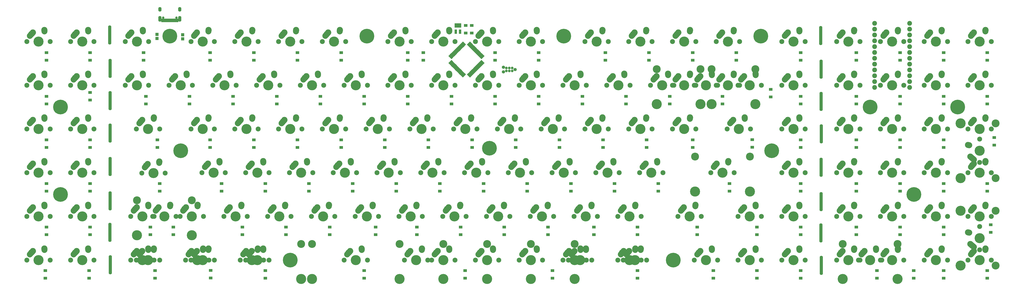
<source format=gbs>
G04 #@! TF.GenerationSoftware,KiCad,Pcbnew,(5.0.0-rc2-dev-733-g23a9fcd91)*
G04 #@! TF.CreationDate,2018-06-09T19:11:19-04:00*
G04 #@! TF.ProjectId,100plus-2,313030706C75732D322E6B696361645F,rev?*
G04 #@! TF.SameCoordinates,Original*
G04 #@! TF.FileFunction,Soldermask,Bot*
G04 #@! TF.FilePolarity,Negative*
%FSLAX45Y45*%
G04 Gerber Fmt 4.5, Leading zero omitted, Abs format (unit mm)*
G04 Created by KiCad (PCBNEW (5.0.0-rc2-dev-733-g23a9fcd91)) date 06/09/18 19:11:19*
%MOMM*%
%LPD*%
G01*
G04 APERTURE LIST*
%ADD10C,2.650000*%
%ADD11C,2.650000*%
%ADD12C,4.387800*%
%ADD13C,2.150000*%
%ADD14R,1.400000X1.395000*%
%ADD15O,1.400000X8.400000*%
%ADD16R,1.600000X1.300000*%
%ADD17C,3.448000*%
%ADD18R,0.700000X1.550000*%
%ADD19R,1.000000X1.550000*%
%ADD20O,1.400000X2.500000*%
%ADD21C,1.050000*%
%ADD22O,1.400000X2.000000*%
%ADD23C,1.184860*%
%ADD24C,1.388060*%
%ADD25C,1.385520*%
%ADD26R,1.050000X1.960000*%
%ADD27C,0.950000*%
%ADD28C,0.100000*%
%ADD29C,1.400000*%
%ADD30C,6.400000*%
%ADD31C,2.082800*%
G04 APERTURE END LIST*
D10*
X15253875Y-16189750D03*
D11*
X15251875Y-16218750D02*
X15255875Y-16160750D01*
D10*
X15255875Y-16160750D03*
X14686375Y-16341750D03*
D11*
X14620875Y-16414750D02*
X14751875Y-16268750D01*
D12*
X15001875Y-16668750D03*
D10*
X14751875Y-16268750D03*
D13*
X14493875Y-16668750D03*
X15509875Y-16668750D03*
D14*
X12701000Y-8927750D03*
X12701000Y-8750250D03*
D13*
X26463625Y-9048750D03*
X25447625Y-9048750D03*
D10*
X25705625Y-8648750D03*
D12*
X25955625Y-9048750D03*
D10*
X25640125Y-8721750D03*
D11*
X25574625Y-8794750D02*
X25705625Y-8648750D01*
D10*
X26209625Y-8540750D03*
X26207625Y-8569750D03*
D11*
X26205625Y-8598750D02*
X26209625Y-8540750D01*
D10*
X10967625Y-8569750D03*
D11*
X10965625Y-8598750D02*
X10969625Y-8540750D01*
D10*
X10969625Y-8540750D03*
X10400125Y-8721750D03*
D11*
X10334625Y-8794750D02*
X10465625Y-8648750D01*
D12*
X10715625Y-9048750D03*
D10*
X10465625Y-8648750D03*
D13*
X10207625Y-9048750D03*
X11223625Y-9048750D03*
D15*
X9553000Y-18775000D03*
X9543000Y-14492000D03*
X9548000Y-13037000D03*
X9543000Y-15994000D03*
X9527000Y-8759000D03*
X9537000Y-17361000D03*
X9543000Y-11626000D03*
X9543000Y-10217000D03*
D10*
X39542625Y-10474750D03*
D11*
X39540625Y-10503750D02*
X39544625Y-10445750D01*
D10*
X39544625Y-10445750D03*
X38975125Y-10626750D03*
D11*
X38909625Y-10699750D02*
X39040625Y-10553750D01*
D12*
X39290625Y-10953750D03*
D10*
X39040625Y-10553750D03*
D13*
X38782625Y-10953750D03*
X39798625Y-10953750D03*
X30273625Y-10953750D03*
X29257625Y-10953750D03*
D10*
X29515625Y-10553750D03*
D12*
X29765625Y-10953750D03*
D10*
X29450125Y-10626750D03*
D11*
X29384625Y-10699750D02*
X29515625Y-10553750D01*
D10*
X30019625Y-10445750D03*
X30017625Y-10474750D03*
D11*
X30015625Y-10503750D02*
X30019625Y-10445750D01*
D10*
X26207625Y-10474750D03*
D11*
X26205625Y-10503750D02*
X26209625Y-10445750D01*
D10*
X26209625Y-10445750D03*
X25640125Y-10626750D03*
D11*
X25574625Y-10699750D02*
X25705625Y-10553750D01*
D12*
X25955625Y-10953750D03*
D10*
X25705625Y-10553750D03*
D13*
X25447625Y-10953750D03*
X26463625Y-10953750D03*
D10*
X11443875Y-12379750D03*
D11*
X11441875Y-12408750D02*
X11445875Y-12350750D01*
D10*
X11445875Y-12350750D03*
X10876375Y-12531750D03*
D11*
X10810875Y-12604750D02*
X10941875Y-12458750D01*
D12*
X11191875Y-12858750D03*
D10*
X10941875Y-12458750D03*
D13*
X10683875Y-12858750D03*
X11699875Y-12858750D03*
D14*
X11587000Y-8735000D03*
X11587000Y-8912500D03*
D10*
X8586375Y-14284750D03*
D11*
X8584375Y-14313750D02*
X8588375Y-14255750D01*
D10*
X8588375Y-14255750D03*
X8018875Y-14436750D03*
D11*
X7953375Y-14509750D02*
X8084375Y-14363750D01*
D12*
X8334375Y-14763750D03*
D10*
X8084375Y-14363750D03*
D13*
X7826375Y-14763750D03*
X8842375Y-14763750D03*
D15*
X40476000Y-8791000D03*
X40492000Y-10249000D03*
X40492000Y-11658000D03*
D16*
X11700000Y-15235000D03*
X11700000Y-15565000D03*
D10*
X11682000Y-14300625D03*
D11*
X11680000Y-14329625D02*
X11684000Y-14271625D01*
D10*
X11684000Y-14271625D03*
X11114500Y-14452625D03*
D11*
X11049000Y-14525625D02*
X11180000Y-14379625D01*
D12*
X11430000Y-14779625D03*
D10*
X11180000Y-14379625D03*
D13*
X10922000Y-14779625D03*
X11938000Y-14779625D03*
D12*
X37388800Y-15589250D03*
X35001200Y-15589250D03*
D17*
X37388800Y-14065250D03*
X35001200Y-14065250D03*
D13*
X36703000Y-14763750D03*
X35687000Y-14763750D03*
D10*
X35945000Y-14363750D03*
D12*
X36195000Y-14763750D03*
D10*
X35879500Y-14436750D03*
D11*
X35814000Y-14509750D02*
X35945000Y-14363750D01*
D10*
X36449000Y-14255750D03*
X36447000Y-14284750D03*
D11*
X36445000Y-14313750D02*
X36449000Y-14255750D01*
D16*
X32900000Y-13335000D03*
X32900000Y-13665000D03*
D15*
X40486000Y-17393000D03*
D16*
X25018000Y-8347000D03*
X25018000Y-8677000D03*
X25282000Y-8346000D03*
X25282000Y-8676000D03*
X6776250Y-9865000D03*
X6776250Y-9535000D03*
X8676250Y-9535000D03*
X8676250Y-9865000D03*
X11000000Y-9865000D03*
X11000000Y-9535000D03*
X13900000Y-9535000D03*
X13900000Y-9865000D03*
X15800000Y-9865000D03*
X15800000Y-9535000D03*
X17700000Y-9535000D03*
X17700000Y-9865000D03*
X19600000Y-9865000D03*
X19600000Y-9535000D03*
X22500000Y-9535000D03*
X22500000Y-9865000D03*
X23173000Y-9862000D03*
X23173000Y-9532000D03*
X26300000Y-9865000D03*
X26300000Y-9535000D03*
X28200000Y-9865000D03*
X28200000Y-9535000D03*
X31100000Y-9535000D03*
X31100000Y-9865000D03*
X33000000Y-9865000D03*
X33000000Y-9535000D03*
X34900000Y-9535000D03*
X34900000Y-9865000D03*
X36800000Y-9865000D03*
X36800000Y-9535000D03*
X39600000Y-9535000D03*
X39600000Y-9865000D03*
X42023750Y-9865000D03*
X42023750Y-9535000D03*
X43923750Y-9535000D03*
X43923750Y-9865000D03*
X45823750Y-9865000D03*
X45823750Y-9535000D03*
X47723750Y-9535000D03*
X47723750Y-9865000D03*
X6776250Y-11765000D03*
X6776250Y-11435000D03*
X8676250Y-11265000D03*
X8676250Y-11595000D03*
X11100000Y-11765000D03*
X11100000Y-11435000D03*
X13000000Y-11435000D03*
X13000000Y-11765000D03*
X14900000Y-11765000D03*
X14900000Y-11435000D03*
X16800000Y-11435000D03*
X16800000Y-11765000D03*
X18700000Y-11765000D03*
X18700000Y-11435000D03*
X20600000Y-11435000D03*
X20600000Y-11765000D03*
X22500000Y-11765000D03*
X22500000Y-11435000D03*
X24400000Y-11435000D03*
X24400000Y-11765000D03*
X26300000Y-11435000D03*
X26300000Y-11765000D03*
X28200000Y-11435000D03*
X28200000Y-11765000D03*
X30100000Y-11765000D03*
X30100000Y-11435000D03*
X32000000Y-11435000D03*
X32000000Y-11765000D03*
X33900000Y-11765000D03*
X33900000Y-11435000D03*
X36200000Y-11435000D03*
X36200000Y-11765000D03*
X38300000Y-11465000D03*
X38300000Y-11135000D03*
X39600000Y-11435000D03*
X39600000Y-11765000D03*
X42023750Y-11765000D03*
X42023750Y-11435000D03*
X43923750Y-11435000D03*
X43923750Y-11765000D03*
X45823750Y-11435000D03*
X45823750Y-11765000D03*
X47723750Y-11435000D03*
X47723750Y-11765000D03*
X6776250Y-13665000D03*
X6776250Y-13335000D03*
X8676250Y-13335000D03*
X8676250Y-13665000D03*
X11600000Y-13665000D03*
X11600000Y-13335000D03*
X13900000Y-13335000D03*
X13900000Y-13665000D03*
X15800000Y-13665000D03*
X15800000Y-13335000D03*
X17700000Y-13335000D03*
X17700000Y-13665000D03*
X19600000Y-13665000D03*
X19600000Y-13335000D03*
X21500000Y-13335000D03*
X21500000Y-13665000D03*
X23400000Y-13665000D03*
X23400000Y-13335000D03*
X25300000Y-13335000D03*
X25300000Y-13665000D03*
X27200000Y-13665000D03*
X27200000Y-13335000D03*
X29100000Y-13335000D03*
X29100000Y-13665000D03*
X31000000Y-13665000D03*
X31000000Y-13335000D03*
X34900000Y-13665000D03*
X34900000Y-13335000D03*
X37497000Y-13326000D03*
X37497000Y-13656000D03*
X39600000Y-13665000D03*
X39600000Y-13335000D03*
X42023750Y-13335000D03*
X42023750Y-13665000D03*
X43923750Y-13665000D03*
X43923750Y-13335000D03*
X45823750Y-13335000D03*
X45823750Y-13665000D03*
X48023750Y-13565000D03*
X48023750Y-13235000D03*
X6776250Y-15235000D03*
X6776250Y-15565000D03*
X8676250Y-15565000D03*
X8676250Y-15235000D03*
X14400000Y-15565000D03*
X14400000Y-15235000D03*
X16300000Y-15235000D03*
X16300000Y-15565000D03*
X18200000Y-15565000D03*
X18200000Y-15235000D03*
X20100000Y-15235000D03*
X20100000Y-15565000D03*
X22000000Y-15565000D03*
X22000000Y-15235000D03*
X23900000Y-15235000D03*
X23900000Y-15565000D03*
X25800000Y-15565000D03*
X25800000Y-15235000D03*
X27700000Y-15565000D03*
X27700000Y-15235000D03*
X29600000Y-15565000D03*
X29600000Y-15235000D03*
X31500000Y-15235000D03*
X31500000Y-15565000D03*
X33400000Y-15565000D03*
X33400000Y-15235000D03*
X36500000Y-15235000D03*
X36500000Y-15565000D03*
X39600000Y-15565000D03*
X39600000Y-15235000D03*
X42023750Y-15235000D03*
X42023750Y-15565000D03*
X43923750Y-15565000D03*
X43923750Y-15235000D03*
X45823750Y-15235000D03*
X45823750Y-15565000D03*
X47723750Y-15565000D03*
X47723750Y-15235000D03*
X6776250Y-17465000D03*
X6776250Y-17135000D03*
X8676250Y-17465000D03*
X8676250Y-17135000D03*
X11300000Y-17465000D03*
X11300000Y-17135000D03*
X12300000Y-17135000D03*
X12300000Y-17465000D03*
X15300000Y-17465000D03*
X15300000Y-17135000D03*
X17200000Y-17135000D03*
X17200000Y-17465000D03*
X19100000Y-17135000D03*
X19100000Y-17465000D03*
X21100000Y-17465000D03*
X21100000Y-17135000D03*
X22900000Y-17135000D03*
X22900000Y-17465000D03*
X24800000Y-17135000D03*
X24800000Y-17465000D03*
X26700000Y-17135000D03*
X26700000Y-17465000D03*
X28600000Y-17135000D03*
X28600000Y-17465000D03*
X30600000Y-17135000D03*
X30600000Y-17465000D03*
X32500000Y-17135000D03*
X32500000Y-17465000D03*
X35100000Y-17465000D03*
X35100000Y-17135000D03*
X37700000Y-17465000D03*
X37700000Y-17135000D03*
X39600000Y-17135000D03*
X39600000Y-17465000D03*
X42023750Y-17135000D03*
X42023750Y-17465000D03*
X43923750Y-17135000D03*
X43923750Y-17465000D03*
X45823750Y-17135000D03*
X45823750Y-17465000D03*
X47873750Y-17365000D03*
X47873750Y-17035000D03*
X6726250Y-19365000D03*
X6726250Y-19035000D03*
X8626250Y-19365000D03*
X8626250Y-19035000D03*
X11500000Y-19035000D03*
X11500000Y-19365000D03*
X16300000Y-19035000D03*
X16300000Y-19365000D03*
X20600000Y-19365000D03*
X20600000Y-19035000D03*
X25000000Y-19365000D03*
X25000000Y-19035000D03*
X28800000Y-19365000D03*
X28800000Y-19035000D03*
X32500000Y-19035000D03*
X32500000Y-19365000D03*
X35800000Y-19365000D03*
X35800000Y-19035000D03*
X37700000Y-19365000D03*
X37700000Y-19035000D03*
X39600000Y-19365000D03*
X39600000Y-19035000D03*
X42923750Y-19365000D03*
X42923750Y-19035000D03*
X44523750Y-19365000D03*
X44523750Y-19035000D03*
X45823750Y-19035000D03*
X45823750Y-19365000D03*
X47723750Y-19365000D03*
X47723750Y-19035000D03*
D18*
X12119375Y-8126375D03*
D19*
X12464375Y-8126375D03*
X12384375Y-8126375D03*
X11904375Y-8126375D03*
D20*
X11712375Y-8059875D03*
D21*
X11855375Y-8009875D03*
D20*
X12576375Y-8059875D03*
D22*
X11712375Y-7641875D03*
X12576375Y-7641875D03*
D19*
X11824375Y-8126375D03*
D21*
X12433375Y-8009875D03*
D18*
X12169375Y-8126375D03*
X12219375Y-8126375D03*
X12269375Y-8126375D03*
X12319375Y-8126375D03*
X12069375Y-8126375D03*
X12019375Y-8126375D03*
X11969375Y-8126375D03*
D13*
X6937375Y-9048750D03*
X5921375Y-9048750D03*
D10*
X6179375Y-8648750D03*
D12*
X6429375Y-9048750D03*
D10*
X6113875Y-8721750D03*
D11*
X6048375Y-8794750D02*
X6179375Y-8648750D01*
D10*
X6683375Y-8540750D03*
X6681375Y-8569750D03*
D11*
X6679375Y-8598750D02*
X6683375Y-8540750D01*
D13*
X8842375Y-9048750D03*
X7826375Y-9048750D03*
D10*
X8084375Y-8648750D03*
D12*
X8334375Y-9048750D03*
D10*
X8018875Y-8721750D03*
D11*
X7953375Y-8794750D02*
X8084375Y-8648750D01*
D10*
X8588375Y-8540750D03*
X8586375Y-8569750D03*
D11*
X8584375Y-8598750D02*
X8588375Y-8540750D01*
D13*
X14081125Y-9048750D03*
X13065125Y-9048750D03*
D10*
X13323125Y-8648750D03*
D12*
X13573125Y-9048750D03*
D10*
X13257625Y-8721750D03*
D11*
X13192125Y-8794750D02*
X13323125Y-8648750D01*
D10*
X13827125Y-8540750D03*
X13825125Y-8569750D03*
D11*
X13823125Y-8598750D02*
X13827125Y-8540750D01*
D13*
X15986125Y-9048750D03*
X14970125Y-9048750D03*
D10*
X15228125Y-8648750D03*
D12*
X15478125Y-9048750D03*
D10*
X15162625Y-8721750D03*
D11*
X15097125Y-8794750D02*
X15228125Y-8648750D01*
D10*
X15732125Y-8540750D03*
X15730125Y-8569750D03*
D11*
X15728125Y-8598750D02*
X15732125Y-8540750D01*
D10*
X17635125Y-8569750D03*
D11*
X17633125Y-8598750D02*
X17637125Y-8540750D01*
D10*
X17637125Y-8540750D03*
X17067625Y-8721750D03*
D11*
X17002125Y-8794750D02*
X17133125Y-8648750D01*
D12*
X17383125Y-9048750D03*
D10*
X17133125Y-8648750D03*
D13*
X16875125Y-9048750D03*
X17891125Y-9048750D03*
D10*
X19540125Y-8569750D03*
D11*
X19538125Y-8598750D02*
X19542125Y-8540750D01*
D10*
X19542125Y-8540750D03*
X18972625Y-8721750D03*
D11*
X18907125Y-8794750D02*
X19038125Y-8648750D01*
D12*
X19288125Y-9048750D03*
D10*
X19038125Y-8648750D03*
D13*
X18780125Y-9048750D03*
X19796125Y-9048750D03*
X22653625Y-9048750D03*
X21637625Y-9048750D03*
D10*
X21895625Y-8648750D03*
D12*
X22145625Y-9048750D03*
D10*
X21830125Y-8721750D03*
D11*
X21764625Y-8794750D02*
X21895625Y-8648750D01*
D10*
X22399625Y-8540750D03*
X22397625Y-8569750D03*
D11*
X22395625Y-8598750D02*
X22399625Y-8540750D01*
D10*
X24302625Y-8569750D03*
D11*
X24300625Y-8598750D02*
X24304625Y-8540750D01*
D10*
X24304625Y-8540750D03*
X23735125Y-8721750D03*
D11*
X23669625Y-8794750D02*
X23800625Y-8648750D01*
D12*
X24050625Y-9048750D03*
D10*
X23800625Y-8648750D03*
D13*
X23542625Y-9048750D03*
X24558625Y-9048750D03*
X28368625Y-9048750D03*
X27352625Y-9048750D03*
D10*
X27610625Y-8648750D03*
D12*
X27860625Y-9048750D03*
D10*
X27545125Y-8721750D03*
D11*
X27479625Y-8794750D02*
X27610625Y-8648750D01*
D10*
X28114625Y-8540750D03*
X28112625Y-8569750D03*
D11*
X28110625Y-8598750D02*
X28114625Y-8540750D01*
D10*
X30970125Y-8569750D03*
D11*
X30968125Y-8598750D02*
X30972125Y-8540750D01*
D10*
X30972125Y-8540750D03*
X30402625Y-8721750D03*
D11*
X30337125Y-8794750D02*
X30468125Y-8648750D01*
D12*
X30718125Y-9048750D03*
D10*
X30468125Y-8648750D03*
D13*
X30210125Y-9048750D03*
X31226125Y-9048750D03*
X33131125Y-9048750D03*
X32115125Y-9048750D03*
D10*
X32373125Y-8648750D03*
D12*
X32623125Y-9048750D03*
D10*
X32307625Y-8721750D03*
D11*
X32242125Y-8794750D02*
X32373125Y-8648750D01*
D10*
X32877125Y-8540750D03*
X32875125Y-8569750D03*
D11*
X32873125Y-8598750D02*
X32877125Y-8540750D01*
D10*
X34780125Y-8569750D03*
D11*
X34778125Y-8598750D02*
X34782125Y-8540750D01*
D10*
X34782125Y-8540750D03*
X34212625Y-8721750D03*
D11*
X34147125Y-8794750D02*
X34278125Y-8648750D01*
D12*
X34528125Y-9048750D03*
D10*
X34278125Y-8648750D03*
D13*
X34020125Y-9048750D03*
X35036125Y-9048750D03*
D10*
X36685125Y-8569750D03*
D11*
X36683125Y-8598750D02*
X36687125Y-8540750D01*
D10*
X36687125Y-8540750D03*
X36117625Y-8721750D03*
D11*
X36052125Y-8794750D02*
X36183125Y-8648750D01*
D12*
X36433125Y-9048750D03*
D10*
X36183125Y-8648750D03*
D13*
X35925125Y-9048750D03*
X36941125Y-9048750D03*
X39798625Y-9048750D03*
X38782625Y-9048750D03*
D10*
X39040625Y-8648750D03*
D12*
X39290625Y-9048750D03*
D10*
X38975125Y-8721750D03*
D11*
X38909625Y-8794750D02*
X39040625Y-8648750D01*
D10*
X39544625Y-8540750D03*
X39542625Y-8569750D03*
D11*
X39540625Y-8598750D02*
X39544625Y-8540750D01*
D13*
X42179875Y-9048750D03*
X41163875Y-9048750D03*
D10*
X41421875Y-8648750D03*
D12*
X41671875Y-9048750D03*
D10*
X41356375Y-8721750D03*
D11*
X41290875Y-8794750D02*
X41421875Y-8648750D01*
D10*
X41925875Y-8540750D03*
X41923875Y-8569750D03*
D11*
X41921875Y-8598750D02*
X41925875Y-8540750D01*
D13*
X44084875Y-9048750D03*
X43068875Y-9048750D03*
D10*
X43326875Y-8648750D03*
D12*
X43576875Y-9048750D03*
D10*
X43261375Y-8721750D03*
D11*
X43195875Y-8794750D02*
X43326875Y-8648750D01*
D10*
X43830875Y-8540750D03*
X43828875Y-8569750D03*
D11*
X43826875Y-8598750D02*
X43830875Y-8540750D01*
D10*
X45733875Y-8569750D03*
D11*
X45731875Y-8598750D02*
X45735875Y-8540750D01*
D10*
X45735875Y-8540750D03*
X45166375Y-8721750D03*
D11*
X45100875Y-8794750D02*
X45231875Y-8648750D01*
D12*
X45481875Y-9048750D03*
D10*
X45231875Y-8648750D03*
D13*
X44973875Y-9048750D03*
X45989875Y-9048750D03*
D10*
X47638875Y-8569750D03*
D11*
X47636875Y-8598750D02*
X47640875Y-8540750D01*
D10*
X47640875Y-8540750D03*
X47071375Y-8721750D03*
D11*
X47005875Y-8794750D02*
X47136875Y-8648750D01*
D12*
X47386875Y-9048750D03*
D10*
X47136875Y-8648750D03*
D13*
X46878875Y-9048750D03*
X47894875Y-9048750D03*
D10*
X6681375Y-10474750D03*
D11*
X6679375Y-10503750D02*
X6683375Y-10445750D01*
D10*
X6683375Y-10445750D03*
X6113875Y-10626750D03*
D11*
X6048375Y-10699750D02*
X6179375Y-10553750D01*
D12*
X6429375Y-10953750D03*
D10*
X6179375Y-10553750D03*
D13*
X5921375Y-10953750D03*
X6937375Y-10953750D03*
X8842375Y-10953750D03*
X7826375Y-10953750D03*
D10*
X8084375Y-10553750D03*
D12*
X8334375Y-10953750D03*
D10*
X8018875Y-10626750D03*
D11*
X7953375Y-10699750D02*
X8084375Y-10553750D01*
D10*
X8588375Y-10445750D03*
X8586375Y-10474750D03*
D11*
X8584375Y-10503750D02*
X8588375Y-10445750D01*
D10*
X10967625Y-10474750D03*
D11*
X10965625Y-10503750D02*
X10969625Y-10445750D01*
D10*
X10969625Y-10445750D03*
X10400125Y-10626750D03*
D11*
X10334625Y-10699750D02*
X10465625Y-10553750D01*
D12*
X10715625Y-10953750D03*
D10*
X10465625Y-10553750D03*
D13*
X10207625Y-10953750D03*
X11223625Y-10953750D03*
X13128625Y-10953750D03*
X12112625Y-10953750D03*
D10*
X12370625Y-10553750D03*
D12*
X12620625Y-10953750D03*
D10*
X12305125Y-10626750D03*
D11*
X12239625Y-10699750D02*
X12370625Y-10553750D01*
D10*
X12874625Y-10445750D03*
X12872625Y-10474750D03*
D11*
X12870625Y-10503750D02*
X12874625Y-10445750D01*
D13*
X15033625Y-10953750D03*
X14017625Y-10953750D03*
D10*
X14275625Y-10553750D03*
D12*
X14525625Y-10953750D03*
D10*
X14210125Y-10626750D03*
D11*
X14144625Y-10699750D02*
X14275625Y-10553750D01*
D10*
X14779625Y-10445750D03*
X14777625Y-10474750D03*
D11*
X14775625Y-10503750D02*
X14779625Y-10445750D01*
D10*
X16682625Y-10474750D03*
D11*
X16680625Y-10503750D02*
X16684625Y-10445750D01*
D10*
X16684625Y-10445750D03*
X16115125Y-10626750D03*
D11*
X16049625Y-10699750D02*
X16180625Y-10553750D01*
D12*
X16430625Y-10953750D03*
D10*
X16180625Y-10553750D03*
D13*
X15922625Y-10953750D03*
X16938625Y-10953750D03*
D10*
X18587625Y-10474750D03*
D11*
X18585625Y-10503750D02*
X18589625Y-10445750D01*
D10*
X18589625Y-10445750D03*
X18020125Y-10626750D03*
D11*
X17954625Y-10699750D02*
X18085625Y-10553750D01*
D12*
X18335625Y-10953750D03*
D10*
X18085625Y-10553750D03*
D13*
X17827625Y-10953750D03*
X18843625Y-10953750D03*
X20748625Y-10953750D03*
X19732625Y-10953750D03*
D10*
X19990625Y-10553750D03*
D12*
X20240625Y-10953750D03*
D10*
X19925125Y-10626750D03*
D11*
X19859625Y-10699750D02*
X19990625Y-10553750D01*
D10*
X20494625Y-10445750D03*
X20492625Y-10474750D03*
D11*
X20490625Y-10503750D02*
X20494625Y-10445750D01*
D10*
X22397625Y-10474750D03*
D11*
X22395625Y-10503750D02*
X22399625Y-10445750D01*
D10*
X22399625Y-10445750D03*
X21830125Y-10626750D03*
D11*
X21764625Y-10699750D02*
X21895625Y-10553750D01*
D12*
X22145625Y-10953750D03*
D10*
X21895625Y-10553750D03*
D13*
X21637625Y-10953750D03*
X22653625Y-10953750D03*
X24558625Y-10953750D03*
X23542625Y-10953750D03*
D10*
X23800625Y-10553750D03*
D12*
X24050625Y-10953750D03*
D10*
X23735125Y-10626750D03*
D11*
X23669625Y-10699750D02*
X23800625Y-10553750D01*
D10*
X24304625Y-10445750D03*
X24302625Y-10474750D03*
D11*
X24300625Y-10503750D02*
X24304625Y-10445750D01*
D10*
X28112625Y-10474750D03*
D11*
X28110625Y-10503750D02*
X28114625Y-10445750D01*
D10*
X28114625Y-10445750D03*
X27545125Y-10626750D03*
D11*
X27479625Y-10699750D02*
X27610625Y-10553750D01*
D12*
X27860625Y-10953750D03*
D10*
X27610625Y-10553750D03*
D13*
X27352625Y-10953750D03*
X28368625Y-10953750D03*
D10*
X31922625Y-10474750D03*
D11*
X31920625Y-10503750D02*
X31924625Y-10445750D01*
D10*
X31924625Y-10445750D03*
X31355125Y-10626750D03*
D11*
X31289625Y-10699750D02*
X31420625Y-10553750D01*
D12*
X31670625Y-10953750D03*
D10*
X31420625Y-10553750D03*
D13*
X31162625Y-10953750D03*
X32178625Y-10953750D03*
X34083625Y-10953750D03*
X33067625Y-10953750D03*
D10*
X33325625Y-10553750D03*
D12*
X33575625Y-10953750D03*
D10*
X33260125Y-10626750D03*
D11*
X33194625Y-10699750D02*
X33325625Y-10553750D01*
D10*
X33829625Y-10445750D03*
X33827625Y-10474750D03*
D11*
X33825625Y-10503750D02*
X33829625Y-10445750D01*
D13*
X35988625Y-10953750D03*
X34972625Y-10953750D03*
D10*
X35230625Y-10553750D03*
D12*
X35480625Y-10953750D03*
D10*
X35165125Y-10626750D03*
D11*
X35099625Y-10699750D02*
X35230625Y-10553750D01*
D10*
X35734625Y-10445750D03*
X35732625Y-10474750D03*
D11*
X35730625Y-10503750D02*
X35734625Y-10445750D01*
D13*
X37893625Y-10953750D03*
X36877625Y-10953750D03*
D10*
X37135625Y-10553750D03*
D12*
X37385625Y-10953750D03*
D10*
X37070125Y-10626750D03*
D11*
X37004625Y-10699750D02*
X37135625Y-10553750D01*
D10*
X37639625Y-10445750D03*
X37637625Y-10474750D03*
D11*
X37635625Y-10503750D02*
X37639625Y-10445750D01*
D10*
X41923875Y-10474750D03*
D11*
X41921875Y-10503750D02*
X41925875Y-10445750D01*
D10*
X41925875Y-10445750D03*
X41356375Y-10626750D03*
D11*
X41290875Y-10699750D02*
X41421875Y-10553750D01*
D12*
X41671875Y-10953750D03*
D10*
X41421875Y-10553750D03*
D13*
X41163875Y-10953750D03*
X42179875Y-10953750D03*
X44084875Y-10953750D03*
X43068875Y-10953750D03*
D10*
X43326875Y-10553750D03*
D12*
X43576875Y-10953750D03*
D10*
X43261375Y-10626750D03*
D11*
X43195875Y-10699750D02*
X43326875Y-10553750D01*
D10*
X43830875Y-10445750D03*
X43828875Y-10474750D03*
D11*
X43826875Y-10503750D02*
X43830875Y-10445750D01*
D13*
X45989875Y-10953750D03*
X44973875Y-10953750D03*
D10*
X45231875Y-10553750D03*
D12*
X45481875Y-10953750D03*
D10*
X45166375Y-10626750D03*
D11*
X45100875Y-10699750D02*
X45231875Y-10553750D01*
D10*
X45735875Y-10445750D03*
X45733875Y-10474750D03*
D11*
X45731875Y-10503750D02*
X45735875Y-10445750D01*
D13*
X47894875Y-10953750D03*
X46878875Y-10953750D03*
D10*
X47136875Y-10553750D03*
D12*
X47386875Y-10953750D03*
D10*
X47071375Y-10626750D03*
D11*
X47005875Y-10699750D02*
X47136875Y-10553750D01*
D10*
X47640875Y-10445750D03*
X47638875Y-10474750D03*
D11*
X47636875Y-10503750D02*
X47640875Y-10445750D01*
D10*
X6681375Y-12379750D03*
D11*
X6679375Y-12408750D02*
X6683375Y-12350750D01*
D10*
X6683375Y-12350750D03*
X6113875Y-12531750D03*
D11*
X6048375Y-12604750D02*
X6179375Y-12458750D01*
D12*
X6429375Y-12858750D03*
D10*
X6179375Y-12458750D03*
D13*
X5921375Y-12858750D03*
X6937375Y-12858750D03*
X8842375Y-12858750D03*
X7826375Y-12858750D03*
D10*
X8084375Y-12458750D03*
D12*
X8334375Y-12858750D03*
D10*
X8018875Y-12531750D03*
D11*
X7953375Y-12604750D02*
X8084375Y-12458750D01*
D10*
X8588375Y-12350750D03*
X8586375Y-12379750D03*
D11*
X8584375Y-12408750D02*
X8588375Y-12350750D01*
D13*
X14081125Y-12858750D03*
X13065125Y-12858750D03*
D10*
X13323125Y-12458750D03*
D12*
X13573125Y-12858750D03*
D10*
X13257625Y-12531750D03*
D11*
X13192125Y-12604750D02*
X13323125Y-12458750D01*
D10*
X13827125Y-12350750D03*
X13825125Y-12379750D03*
D11*
X13823125Y-12408750D02*
X13827125Y-12350750D01*
D13*
X15986125Y-12858750D03*
X14970125Y-12858750D03*
D10*
X15228125Y-12458750D03*
D12*
X15478125Y-12858750D03*
D10*
X15162625Y-12531750D03*
D11*
X15097125Y-12604750D02*
X15228125Y-12458750D01*
D10*
X15732125Y-12350750D03*
X15730125Y-12379750D03*
D11*
X15728125Y-12408750D02*
X15732125Y-12350750D01*
D10*
X17635125Y-12379750D03*
D11*
X17633125Y-12408750D02*
X17637125Y-12350750D01*
D10*
X17637125Y-12350750D03*
X17067625Y-12531750D03*
D11*
X17002125Y-12604750D02*
X17133125Y-12458750D01*
D12*
X17383125Y-12858750D03*
D10*
X17133125Y-12458750D03*
D13*
X16875125Y-12858750D03*
X17891125Y-12858750D03*
D10*
X19540125Y-12379750D03*
D11*
X19538125Y-12408750D02*
X19542125Y-12350750D01*
D10*
X19542125Y-12350750D03*
X18972625Y-12531750D03*
D11*
X18907125Y-12604750D02*
X19038125Y-12458750D01*
D12*
X19288125Y-12858750D03*
D10*
X19038125Y-12458750D03*
D13*
X18780125Y-12858750D03*
X19796125Y-12858750D03*
X21701125Y-12858750D03*
X20685125Y-12858750D03*
D10*
X20943125Y-12458750D03*
D12*
X21193125Y-12858750D03*
D10*
X20877625Y-12531750D03*
D11*
X20812125Y-12604750D02*
X20943125Y-12458750D01*
D10*
X21447125Y-12350750D03*
X21445125Y-12379750D03*
D11*
X21443125Y-12408750D02*
X21447125Y-12350750D01*
D13*
X23606125Y-12858750D03*
X22590125Y-12858750D03*
D10*
X22848125Y-12458750D03*
D12*
X23098125Y-12858750D03*
D10*
X22782625Y-12531750D03*
D11*
X22717125Y-12604750D02*
X22848125Y-12458750D01*
D10*
X23352125Y-12350750D03*
X23350125Y-12379750D03*
D11*
X23348125Y-12408750D02*
X23352125Y-12350750D01*
D13*
X25511125Y-12858750D03*
X24495125Y-12858750D03*
D10*
X24753125Y-12458750D03*
D12*
X25003125Y-12858750D03*
D10*
X24687625Y-12531750D03*
D11*
X24622125Y-12604750D02*
X24753125Y-12458750D01*
D10*
X25257125Y-12350750D03*
X25255125Y-12379750D03*
D11*
X25253125Y-12408750D02*
X25257125Y-12350750D01*
D10*
X27160125Y-12379750D03*
D11*
X27158125Y-12408750D02*
X27162125Y-12350750D01*
D10*
X27162125Y-12350750D03*
X26592625Y-12531750D03*
D11*
X26527125Y-12604750D02*
X26658125Y-12458750D01*
D12*
X26908125Y-12858750D03*
D10*
X26658125Y-12458750D03*
D13*
X26400125Y-12858750D03*
X27416125Y-12858750D03*
D10*
X29065125Y-12379750D03*
D11*
X29063125Y-12408750D02*
X29067125Y-12350750D01*
D10*
X29067125Y-12350750D03*
X28497625Y-12531750D03*
D11*
X28432125Y-12604750D02*
X28563125Y-12458750D01*
D12*
X28813125Y-12858750D03*
D10*
X28563125Y-12458750D03*
D13*
X28305125Y-12858750D03*
X29321125Y-12858750D03*
X31226125Y-12858750D03*
X30210125Y-12858750D03*
D10*
X30468125Y-12458750D03*
D12*
X30718125Y-12858750D03*
D10*
X30402625Y-12531750D03*
D11*
X30337125Y-12604750D02*
X30468125Y-12458750D01*
D10*
X30972125Y-12350750D03*
X30970125Y-12379750D03*
D11*
X30968125Y-12408750D02*
X30972125Y-12350750D01*
D13*
X33131125Y-12858750D03*
X32115125Y-12858750D03*
D10*
X32373125Y-12458750D03*
D12*
X32623125Y-12858750D03*
D10*
X32307625Y-12531750D03*
D11*
X32242125Y-12604750D02*
X32373125Y-12458750D01*
D10*
X32877125Y-12350750D03*
X32875125Y-12379750D03*
D11*
X32873125Y-12408750D02*
X32877125Y-12350750D01*
D10*
X34780125Y-12379750D03*
D11*
X34778125Y-12408750D02*
X34782125Y-12350750D01*
D10*
X34782125Y-12350750D03*
X34212625Y-12531750D03*
D11*
X34147125Y-12604750D02*
X34278125Y-12458750D01*
D12*
X34528125Y-12858750D03*
D10*
X34278125Y-12458750D03*
D13*
X34020125Y-12858750D03*
X35036125Y-12858750D03*
D10*
X37161375Y-12379750D03*
D11*
X37159375Y-12408750D02*
X37163375Y-12350750D01*
D10*
X37163375Y-12350750D03*
X36593875Y-12531750D03*
D11*
X36528375Y-12604750D02*
X36659375Y-12458750D01*
D12*
X36909375Y-12858750D03*
D10*
X36659375Y-12458750D03*
D13*
X36401375Y-12858750D03*
X37417375Y-12858750D03*
D10*
X39542625Y-12379750D03*
D11*
X39540625Y-12408750D02*
X39544625Y-12350750D01*
D10*
X39544625Y-12350750D03*
X38975125Y-12531750D03*
D11*
X38909625Y-12604750D02*
X39040625Y-12458750D01*
D12*
X39290625Y-12858750D03*
D10*
X39040625Y-12458750D03*
D13*
X38782625Y-12858750D03*
X39798625Y-12858750D03*
X42179875Y-12858750D03*
X41163875Y-12858750D03*
D10*
X41421875Y-12458750D03*
D12*
X41671875Y-12858750D03*
D10*
X41356375Y-12531750D03*
D11*
X41290875Y-12604750D02*
X41421875Y-12458750D01*
D10*
X41925875Y-12350750D03*
X41923875Y-12379750D03*
D11*
X41921875Y-12408750D02*
X41925875Y-12350750D01*
D13*
X44084875Y-12858750D03*
X43068875Y-12858750D03*
D10*
X43326875Y-12458750D03*
D12*
X43576875Y-12858750D03*
D10*
X43261375Y-12531750D03*
D11*
X43195875Y-12604750D02*
X43326875Y-12458750D01*
D10*
X43830875Y-12350750D03*
X43828875Y-12379750D03*
D11*
X43826875Y-12408750D02*
X43830875Y-12350750D01*
D10*
X45733875Y-12379750D03*
D11*
X45731875Y-12408750D02*
X45735875Y-12350750D01*
D10*
X45735875Y-12350750D03*
X45166375Y-12531750D03*
D11*
X45100875Y-12604750D02*
X45231875Y-12458750D01*
D12*
X45481875Y-12858750D03*
D10*
X45231875Y-12458750D03*
D13*
X44973875Y-12858750D03*
X45989875Y-12858750D03*
X47894875Y-12858750D03*
X46878875Y-12858750D03*
D10*
X47136875Y-12458750D03*
D12*
X47386875Y-12858750D03*
D10*
X47071375Y-12531750D03*
D11*
X47005875Y-12604750D02*
X47136875Y-12458750D01*
D10*
X47640875Y-12350750D03*
X47638875Y-12379750D03*
D11*
X47636875Y-12408750D02*
X47640875Y-12350750D01*
D12*
X46561375Y-12617450D03*
X46561375Y-15005050D03*
D17*
X48085375Y-12617450D03*
X48085375Y-15005050D03*
D13*
X47386875Y-13303250D03*
X47386875Y-14319250D03*
D10*
X46986875Y-14061250D03*
D12*
X47386875Y-13811250D03*
D10*
X47059875Y-14126750D03*
D11*
X47132875Y-14192250D02*
X46986875Y-14061250D01*
D10*
X46878875Y-13557250D03*
X46907875Y-13559250D03*
D11*
X46936875Y-13561250D02*
X46878875Y-13557250D01*
D13*
X6937375Y-14763750D03*
X5921375Y-14763750D03*
D10*
X6179375Y-14363750D03*
D12*
X6429375Y-14763750D03*
D10*
X6113875Y-14436750D03*
D11*
X6048375Y-14509750D02*
X6179375Y-14363750D01*
D10*
X6683375Y-14255750D03*
X6681375Y-14284750D03*
D11*
X6679375Y-14313750D02*
X6683375Y-14255750D01*
D10*
X14301375Y-14284750D03*
D11*
X14299375Y-14313750D02*
X14303375Y-14255750D01*
D10*
X14303375Y-14255750D03*
X13733875Y-14436750D03*
D11*
X13668375Y-14509750D02*
X13799375Y-14363750D01*
D12*
X14049375Y-14763750D03*
D10*
X13799375Y-14363750D03*
D13*
X13541375Y-14763750D03*
X14557375Y-14763750D03*
X16462375Y-14763750D03*
X15446375Y-14763750D03*
D10*
X15704375Y-14363750D03*
D12*
X15954375Y-14763750D03*
D10*
X15638875Y-14436750D03*
D11*
X15573375Y-14509750D02*
X15704375Y-14363750D01*
D10*
X16208375Y-14255750D03*
X16206375Y-14284750D03*
D11*
X16204375Y-14313750D02*
X16208375Y-14255750D01*
D13*
X18367375Y-14763750D03*
X17351375Y-14763750D03*
D10*
X17609375Y-14363750D03*
D12*
X17859375Y-14763750D03*
D10*
X17543875Y-14436750D03*
D11*
X17478375Y-14509750D02*
X17609375Y-14363750D01*
D10*
X18113375Y-14255750D03*
X18111375Y-14284750D03*
D11*
X18109375Y-14313750D02*
X18113375Y-14255750D01*
D10*
X20016375Y-14284750D03*
D11*
X20014375Y-14313750D02*
X20018375Y-14255750D01*
D10*
X20018375Y-14255750D03*
X19448875Y-14436750D03*
D11*
X19383375Y-14509750D02*
X19514375Y-14363750D01*
D12*
X19764375Y-14763750D03*
D10*
X19514375Y-14363750D03*
D13*
X19256375Y-14763750D03*
X20272375Y-14763750D03*
X22177375Y-14763750D03*
X21161375Y-14763750D03*
D10*
X21419375Y-14363750D03*
D12*
X21669375Y-14763750D03*
D10*
X21353875Y-14436750D03*
D11*
X21288375Y-14509750D02*
X21419375Y-14363750D01*
D10*
X21923375Y-14255750D03*
X21921375Y-14284750D03*
D11*
X21919375Y-14313750D02*
X21923375Y-14255750D01*
D13*
X24082375Y-14763750D03*
X23066375Y-14763750D03*
D10*
X23324375Y-14363750D03*
D12*
X23574375Y-14763750D03*
D10*
X23258875Y-14436750D03*
D11*
X23193375Y-14509750D02*
X23324375Y-14363750D01*
D10*
X23828375Y-14255750D03*
X23826375Y-14284750D03*
D11*
X23824375Y-14313750D02*
X23828375Y-14255750D01*
D13*
X25987375Y-14763750D03*
X24971375Y-14763750D03*
D10*
X25229375Y-14363750D03*
D12*
X25479375Y-14763750D03*
D10*
X25163875Y-14436750D03*
D11*
X25098375Y-14509750D02*
X25229375Y-14363750D01*
D10*
X25733375Y-14255750D03*
X25731375Y-14284750D03*
D11*
X25729375Y-14313750D02*
X25733375Y-14255750D01*
D10*
X27636375Y-14284750D03*
D11*
X27634375Y-14313750D02*
X27638375Y-14255750D01*
D10*
X27638375Y-14255750D03*
X27068875Y-14436750D03*
D11*
X27003375Y-14509750D02*
X27134375Y-14363750D01*
D12*
X27384375Y-14763750D03*
D10*
X27134375Y-14363750D03*
D13*
X26876375Y-14763750D03*
X27892375Y-14763750D03*
D10*
X29541375Y-14284750D03*
D11*
X29539375Y-14313750D02*
X29543375Y-14255750D01*
D10*
X29543375Y-14255750D03*
X28973875Y-14436750D03*
D11*
X28908375Y-14509750D02*
X29039375Y-14363750D01*
D12*
X29289375Y-14763750D03*
D10*
X29039375Y-14363750D03*
D13*
X28781375Y-14763750D03*
X29797375Y-14763750D03*
X31702375Y-14763750D03*
X30686375Y-14763750D03*
D10*
X30944375Y-14363750D03*
D12*
X31194375Y-14763750D03*
D10*
X30878875Y-14436750D03*
D11*
X30813375Y-14509750D02*
X30944375Y-14363750D01*
D10*
X31448375Y-14255750D03*
X31446375Y-14284750D03*
D11*
X31444375Y-14313750D02*
X31448375Y-14255750D01*
D10*
X33351375Y-14284750D03*
D11*
X33349375Y-14313750D02*
X33353375Y-14255750D01*
D10*
X33353375Y-14255750D03*
X32783875Y-14436750D03*
D11*
X32718375Y-14509750D02*
X32849375Y-14363750D01*
D12*
X33099375Y-14763750D03*
D10*
X32849375Y-14363750D03*
D13*
X32591375Y-14763750D03*
X33607375Y-14763750D03*
X39798625Y-14763750D03*
X38782625Y-14763750D03*
D10*
X39040625Y-14363750D03*
D12*
X39290625Y-14763750D03*
D10*
X38975125Y-14436750D03*
D11*
X38909625Y-14509750D02*
X39040625Y-14363750D01*
D10*
X39544625Y-14255750D03*
X39542625Y-14284750D03*
D11*
X39540625Y-14313750D02*
X39544625Y-14255750D01*
D10*
X41923875Y-14284750D03*
D11*
X41921875Y-14313750D02*
X41925875Y-14255750D01*
D10*
X41925875Y-14255750D03*
X41356375Y-14436750D03*
D11*
X41290875Y-14509750D02*
X41421875Y-14363750D01*
D12*
X41671875Y-14763750D03*
D10*
X41421875Y-14363750D03*
D13*
X41163875Y-14763750D03*
X42179875Y-14763750D03*
X44084875Y-14763750D03*
X43068875Y-14763750D03*
D10*
X43326875Y-14363750D03*
D12*
X43576875Y-14763750D03*
D10*
X43261375Y-14436750D03*
D11*
X43195875Y-14509750D02*
X43326875Y-14363750D01*
D10*
X43830875Y-14255750D03*
X43828875Y-14284750D03*
D11*
X43826875Y-14313750D02*
X43830875Y-14255750D01*
D10*
X45733875Y-14284750D03*
D11*
X45731875Y-14313750D02*
X45735875Y-14255750D01*
D10*
X45735875Y-14255750D03*
X45166375Y-14436750D03*
D11*
X45100875Y-14509750D02*
X45231875Y-14363750D01*
D12*
X45481875Y-14763750D03*
D10*
X45231875Y-14363750D03*
D13*
X44973875Y-14763750D03*
X45989875Y-14763750D03*
X47894875Y-14763750D03*
X46878875Y-14763750D03*
D10*
X47136875Y-14363750D03*
D12*
X47386875Y-14763750D03*
D10*
X47071375Y-14436750D03*
D11*
X47005875Y-14509750D02*
X47136875Y-14363750D01*
D10*
X47640875Y-14255750D03*
X47638875Y-14284750D03*
D11*
X47636875Y-14313750D02*
X47640875Y-14255750D01*
D10*
X6681375Y-16189750D03*
D11*
X6679375Y-16218750D02*
X6683375Y-16160750D01*
D10*
X6683375Y-16160750D03*
X6113875Y-16341750D03*
D11*
X6048375Y-16414750D02*
X6179375Y-16268750D01*
D12*
X6429375Y-16668750D03*
D10*
X6179375Y-16268750D03*
D13*
X5921375Y-16668750D03*
X6937375Y-16668750D03*
X8842375Y-16668750D03*
X7826375Y-16668750D03*
D10*
X8084375Y-16268750D03*
D12*
X8334375Y-16668750D03*
D10*
X8018875Y-16341750D03*
D11*
X7953375Y-16414750D02*
X8084375Y-16268750D01*
D10*
X8588375Y-16160750D03*
X8586375Y-16189750D03*
D11*
X8584375Y-16218750D02*
X8588375Y-16160750D01*
D10*
X11205750Y-16189750D03*
D11*
X11203750Y-16218750D02*
X11207750Y-16160750D01*
D10*
X11207750Y-16160750D03*
X10638250Y-16341750D03*
D11*
X10572750Y-16414750D02*
X10703750Y-16268750D01*
D12*
X10953750Y-16668750D03*
D10*
X10703750Y-16268750D03*
D13*
X10445750Y-16668750D03*
X11461750Y-16668750D03*
D10*
X12158250Y-16189750D03*
D11*
X12156250Y-16218750D02*
X12160250Y-16160750D01*
D10*
X12160250Y-16160750D03*
X11590750Y-16341750D03*
D11*
X11525250Y-16414750D02*
X11656250Y-16268750D01*
D12*
X11906250Y-16668750D03*
D10*
X11656250Y-16268750D03*
D13*
X11398250Y-16668750D03*
X12414250Y-16668750D03*
D17*
X10712450Y-15970250D03*
X13100050Y-15970250D03*
D12*
X10712450Y-17494250D03*
X13100050Y-17494250D03*
D10*
X17158875Y-16189750D03*
D11*
X17156875Y-16218750D02*
X17160875Y-16160750D01*
D10*
X17160875Y-16160750D03*
X16591375Y-16341750D03*
D11*
X16525875Y-16414750D02*
X16656875Y-16268750D01*
D12*
X16906875Y-16668750D03*
D10*
X16656875Y-16268750D03*
D13*
X16398875Y-16668750D03*
X17414875Y-16668750D03*
X19319875Y-16668750D03*
X18303875Y-16668750D03*
D10*
X18561875Y-16268750D03*
D12*
X18811875Y-16668750D03*
D10*
X18496375Y-16341750D03*
D11*
X18430875Y-16414750D02*
X18561875Y-16268750D01*
D10*
X19065875Y-16160750D03*
X19063875Y-16189750D03*
D11*
X19061875Y-16218750D02*
X19065875Y-16160750D01*
D10*
X20968875Y-16189750D03*
D11*
X20966875Y-16218750D02*
X20970875Y-16160750D01*
D10*
X20970875Y-16160750D03*
X20401375Y-16341750D03*
D11*
X20335875Y-16414750D02*
X20466875Y-16268750D01*
D12*
X20716875Y-16668750D03*
D10*
X20466875Y-16268750D03*
D13*
X20208875Y-16668750D03*
X21224875Y-16668750D03*
X23129875Y-16668750D03*
X22113875Y-16668750D03*
D10*
X22371875Y-16268750D03*
D12*
X22621875Y-16668750D03*
D10*
X22306375Y-16341750D03*
D11*
X22240875Y-16414750D02*
X22371875Y-16268750D01*
D10*
X22875875Y-16160750D03*
X22873875Y-16189750D03*
D11*
X22871875Y-16218750D02*
X22875875Y-16160750D01*
D10*
X24778875Y-16189750D03*
D11*
X24776875Y-16218750D02*
X24780875Y-16160750D01*
D10*
X24780875Y-16160750D03*
X24211375Y-16341750D03*
D11*
X24145875Y-16414750D02*
X24276875Y-16268750D01*
D12*
X24526875Y-16668750D03*
D10*
X24276875Y-16268750D03*
D13*
X24018875Y-16668750D03*
X25034875Y-16668750D03*
X26939875Y-16668750D03*
X25923875Y-16668750D03*
D10*
X26181875Y-16268750D03*
D12*
X26431875Y-16668750D03*
D10*
X26116375Y-16341750D03*
D11*
X26050875Y-16414750D02*
X26181875Y-16268750D01*
D10*
X26685875Y-16160750D03*
X26683875Y-16189750D03*
D11*
X26681875Y-16218750D02*
X26685875Y-16160750D01*
D10*
X28588875Y-16189750D03*
D11*
X28586875Y-16218750D02*
X28590875Y-16160750D01*
D10*
X28590875Y-16160750D03*
X28021375Y-16341750D03*
D11*
X27955875Y-16414750D02*
X28086875Y-16268750D01*
D12*
X28336875Y-16668750D03*
D10*
X28086875Y-16268750D03*
D13*
X27828875Y-16668750D03*
X28844875Y-16668750D03*
X30749875Y-16668750D03*
X29733875Y-16668750D03*
D10*
X29991875Y-16268750D03*
D12*
X30241875Y-16668750D03*
D10*
X29926375Y-16341750D03*
D11*
X29860875Y-16414750D02*
X29991875Y-16268750D01*
D10*
X30495875Y-16160750D03*
X30493875Y-16189750D03*
D11*
X30491875Y-16218750D02*
X30495875Y-16160750D01*
D13*
X32654875Y-16668750D03*
X31638875Y-16668750D03*
D10*
X31896875Y-16268750D03*
D12*
X32146875Y-16668750D03*
D10*
X31831375Y-16341750D03*
D11*
X31765875Y-16414750D02*
X31896875Y-16268750D01*
D10*
X32400875Y-16160750D03*
X32398875Y-16189750D03*
D11*
X32396875Y-16218750D02*
X32400875Y-16160750D01*
D10*
X35018250Y-16189750D03*
D11*
X35016250Y-16218750D02*
X35020250Y-16160750D01*
D10*
X35020250Y-16160750D03*
X34450750Y-16341750D03*
D11*
X34385250Y-16414750D02*
X34516250Y-16268750D01*
D12*
X34766250Y-16668750D03*
D10*
X34516250Y-16268750D03*
D13*
X34258250Y-16668750D03*
X35274250Y-16668750D03*
D10*
X37637625Y-16189750D03*
D11*
X37635625Y-16218750D02*
X37639625Y-16160750D01*
D10*
X37639625Y-16160750D03*
X37070125Y-16341750D03*
D11*
X37004625Y-16414750D02*
X37135625Y-16268750D01*
D12*
X37385625Y-16668750D03*
D10*
X37135625Y-16268750D03*
D13*
X36877625Y-16668750D03*
X37893625Y-16668750D03*
X39798625Y-16668750D03*
X38782625Y-16668750D03*
D10*
X39040625Y-16268750D03*
D12*
X39290625Y-16668750D03*
D10*
X38975125Y-16341750D03*
D11*
X38909625Y-16414750D02*
X39040625Y-16268750D01*
D10*
X39544625Y-16160750D03*
X39542625Y-16189750D03*
D11*
X39540625Y-16218750D02*
X39544625Y-16160750D01*
D10*
X41923875Y-16189750D03*
D11*
X41921875Y-16218750D02*
X41925875Y-16160750D01*
D10*
X41925875Y-16160750D03*
X41356375Y-16341750D03*
D11*
X41290875Y-16414750D02*
X41421875Y-16268750D01*
D12*
X41671875Y-16668750D03*
D10*
X41421875Y-16268750D03*
D13*
X41163875Y-16668750D03*
X42179875Y-16668750D03*
X44084875Y-16668750D03*
X43068875Y-16668750D03*
D10*
X43326875Y-16268750D03*
D12*
X43576875Y-16668750D03*
D10*
X43261375Y-16341750D03*
D11*
X43195875Y-16414750D02*
X43326875Y-16268750D01*
D10*
X43830875Y-16160750D03*
X43828875Y-16189750D03*
D11*
X43826875Y-16218750D02*
X43830875Y-16160750D01*
D10*
X45733875Y-16189750D03*
D11*
X45731875Y-16218750D02*
X45735875Y-16160750D01*
D10*
X45735875Y-16160750D03*
X45166375Y-16341750D03*
D11*
X45100875Y-16414750D02*
X45231875Y-16268750D01*
D12*
X45481875Y-16668750D03*
D10*
X45231875Y-16268750D03*
D13*
X44973875Y-16668750D03*
X45989875Y-16668750D03*
D10*
X47638875Y-16189750D03*
D11*
X47636875Y-16218750D02*
X47640875Y-16160750D01*
D10*
X47640875Y-16160750D03*
X47071375Y-16341750D03*
D11*
X47005875Y-16414750D02*
X47136875Y-16268750D01*
D12*
X47386875Y-16668750D03*
D10*
X47136875Y-16268750D03*
D13*
X46878875Y-16668750D03*
X47894875Y-16668750D03*
D10*
X13348875Y-16189750D03*
D11*
X13346875Y-16218750D02*
X13350875Y-16160750D01*
D10*
X13350875Y-16160750D03*
X12781375Y-16341750D03*
D11*
X12715875Y-16414750D02*
X12846875Y-16268750D01*
D12*
X13096875Y-16668750D03*
D10*
X12846875Y-16268750D03*
D13*
X12588875Y-16668750D03*
X13604875Y-16668750D03*
D10*
X46907875Y-17369250D03*
D11*
X46936875Y-17371250D02*
X46878875Y-17367250D01*
D10*
X46878875Y-17367250D03*
X47059875Y-17936750D03*
D11*
X47132875Y-18002250D02*
X46986875Y-17871250D01*
D12*
X47386875Y-17621250D03*
D10*
X46986875Y-17871250D03*
D13*
X47386875Y-18129250D03*
X47386875Y-17113250D03*
D17*
X48085375Y-18815050D03*
X48085375Y-16427450D03*
D12*
X46561375Y-18815050D03*
X46561375Y-16427450D03*
D10*
X24302625Y-18094750D03*
D11*
X24300625Y-18123750D02*
X24304625Y-18065750D01*
D10*
X24304625Y-18065750D03*
X23735125Y-18246750D03*
D11*
X23669625Y-18319750D02*
X23800625Y-18173750D01*
D12*
X24050625Y-18573750D03*
D10*
X23800625Y-18173750D03*
D13*
X23542625Y-18573750D03*
X24558625Y-18573750D03*
D17*
X18335625Y-17875250D03*
X29765625Y-17875250D03*
D12*
X18335625Y-19399250D03*
X29765625Y-19399250D03*
D13*
X6937375Y-18573750D03*
X5921375Y-18573750D03*
D10*
X6179375Y-18173750D03*
D12*
X6429375Y-18573750D03*
D10*
X6113875Y-18246750D03*
D11*
X6048375Y-18319750D02*
X6179375Y-18173750D01*
D10*
X6683375Y-18065750D03*
X6681375Y-18094750D03*
D11*
X6679375Y-18123750D02*
X6683375Y-18065750D01*
D13*
X8842375Y-18573750D03*
X7826375Y-18573750D03*
D10*
X8084375Y-18173750D03*
D12*
X8334375Y-18573750D03*
D10*
X8018875Y-18246750D03*
D11*
X7953375Y-18319750D02*
X8084375Y-18173750D01*
D10*
X8588375Y-18065750D03*
X8586375Y-18094750D03*
D11*
X8584375Y-18123750D02*
X8588375Y-18065750D01*
D10*
X11443875Y-18094750D03*
D11*
X11441875Y-18123750D02*
X11445875Y-18065750D01*
D10*
X11445875Y-18065750D03*
X10876375Y-18246750D03*
D11*
X10810875Y-18319750D02*
X10941875Y-18173750D01*
D12*
X11191875Y-18573750D03*
D10*
X10941875Y-18173750D03*
D13*
X10683875Y-18573750D03*
X11699875Y-18573750D03*
X16462375Y-18573750D03*
X15446375Y-18573750D03*
D10*
X15704375Y-18173750D03*
D12*
X15954375Y-18573750D03*
D10*
X15638875Y-18246750D03*
D11*
X15573375Y-18319750D02*
X15704375Y-18173750D01*
D10*
X16208375Y-18065750D03*
X16206375Y-18094750D03*
D11*
X16204375Y-18123750D02*
X16208375Y-18065750D01*
D10*
X20492625Y-18094750D03*
D11*
X20490625Y-18123750D02*
X20494625Y-18065750D01*
D10*
X20494625Y-18065750D03*
X19925125Y-18246750D03*
D11*
X19859625Y-18319750D02*
X19990625Y-18173750D01*
D12*
X20240625Y-18573750D03*
D10*
X19990625Y-18173750D03*
D13*
X19732625Y-18573750D03*
X20748625Y-18573750D03*
D17*
X18335625Y-17875250D03*
X22145625Y-17875250D03*
D12*
X18335625Y-19399250D03*
X22145625Y-19399250D03*
D10*
X26207625Y-18094750D03*
D11*
X26205625Y-18123750D02*
X26209625Y-18065750D01*
D10*
X26209625Y-18065750D03*
X25640125Y-18246750D03*
D11*
X25574625Y-18319750D02*
X25705625Y-18173750D01*
D12*
X25955625Y-18573750D03*
D10*
X25705625Y-18173750D03*
D13*
X25447625Y-18573750D03*
X26463625Y-18573750D03*
D17*
X24050625Y-17875250D03*
X27860625Y-17875250D03*
D12*
X24050625Y-19399250D03*
X27860625Y-19399250D03*
D10*
X30017625Y-18094750D03*
D11*
X30015625Y-18123750D02*
X30019625Y-18065750D01*
D10*
X30019625Y-18065750D03*
X29450125Y-18246750D03*
D11*
X29384625Y-18319750D02*
X29515625Y-18173750D01*
D12*
X29765625Y-18573750D03*
D10*
X29515625Y-18173750D03*
D13*
X29257625Y-18573750D03*
X30273625Y-18573750D03*
D10*
X32398875Y-18094750D03*
D11*
X32396875Y-18123750D02*
X32400875Y-18065750D01*
D10*
X32400875Y-18065750D03*
X31831375Y-18246750D03*
D11*
X31765875Y-18319750D02*
X31896875Y-18173750D01*
D12*
X32146875Y-18573750D03*
D10*
X31896875Y-18173750D03*
D13*
X31638875Y-18573750D03*
X32654875Y-18573750D03*
D10*
X35732625Y-18094750D03*
D11*
X35730625Y-18123750D02*
X35734625Y-18065750D01*
D10*
X35734625Y-18065750D03*
X35165125Y-18246750D03*
D11*
X35099625Y-18319750D02*
X35230625Y-18173750D01*
D12*
X35480625Y-18573750D03*
D10*
X35230625Y-18173750D03*
D13*
X34972625Y-18573750D03*
X35988625Y-18573750D03*
D10*
X37637625Y-18094750D03*
D11*
X37635625Y-18123750D02*
X37639625Y-18065750D01*
D10*
X37639625Y-18065750D03*
X37070125Y-18246750D03*
D11*
X37004625Y-18319750D02*
X37135625Y-18173750D01*
D12*
X37385625Y-18573750D03*
D10*
X37135625Y-18173750D03*
D13*
X36877625Y-18573750D03*
X37893625Y-18573750D03*
D10*
X39542625Y-18094750D03*
D11*
X39540625Y-18123750D02*
X39544625Y-18065750D01*
D10*
X39544625Y-18065750D03*
X38975125Y-18246750D03*
D11*
X38909625Y-18319750D02*
X39040625Y-18173750D01*
D12*
X39290625Y-18573750D03*
D10*
X39040625Y-18173750D03*
D13*
X38782625Y-18573750D03*
X39798625Y-18573750D03*
D10*
X41923875Y-18094750D03*
D11*
X41921875Y-18123750D02*
X41925875Y-18065750D01*
D10*
X41925875Y-18065750D03*
X41356375Y-18246750D03*
D11*
X41290875Y-18319750D02*
X41421875Y-18173750D01*
D12*
X41671875Y-18573750D03*
D10*
X41421875Y-18173750D03*
D13*
X41163875Y-18573750D03*
X42179875Y-18573750D03*
D10*
X43828875Y-18094750D03*
D11*
X43826875Y-18123750D02*
X43830875Y-18065750D01*
D10*
X43830875Y-18065750D03*
X43261375Y-18246750D03*
D11*
X43195875Y-18319750D02*
X43326875Y-18173750D01*
D12*
X43576875Y-18573750D03*
D10*
X43326875Y-18173750D03*
D13*
X43068875Y-18573750D03*
X44084875Y-18573750D03*
X45989875Y-18573750D03*
X44973875Y-18573750D03*
D10*
X45231875Y-18173750D03*
D12*
X45481875Y-18573750D03*
D10*
X45166375Y-18246750D03*
D11*
X45100875Y-18319750D02*
X45231875Y-18173750D01*
D10*
X45735875Y-18065750D03*
X45733875Y-18094750D03*
D11*
X45731875Y-18123750D02*
X45735875Y-18065750D01*
D10*
X47638875Y-18094750D03*
D11*
X47636875Y-18123750D02*
X47640875Y-18065750D01*
D10*
X47640875Y-18065750D03*
X47071375Y-18246750D03*
D11*
X47005875Y-18319750D02*
X47136875Y-18173750D01*
D12*
X47386875Y-18573750D03*
D10*
X47136875Y-18173750D03*
D13*
X46878875Y-18573750D03*
X47894875Y-18573750D03*
D17*
X27860625Y-17875250D03*
D12*
X27860625Y-19399250D03*
X29765625Y-19399250D03*
X25955625Y-19399250D03*
D17*
X29765625Y-17875250D03*
X25955625Y-17875250D03*
D13*
X28368625Y-18573750D03*
X27352625Y-18573750D03*
D10*
X27610625Y-18173750D03*
D12*
X27860625Y-18573750D03*
D10*
X27545125Y-18246750D03*
D11*
X27479625Y-18319750D02*
X27610625Y-18173750D01*
D10*
X28114625Y-18065750D03*
X28112625Y-18094750D03*
D11*
X28110625Y-18123750D02*
X28114625Y-18065750D01*
D10*
X42876375Y-18094750D03*
D11*
X42874375Y-18123750D02*
X42878375Y-18065750D01*
D10*
X42878375Y-18065750D03*
X42308875Y-18246750D03*
D11*
X42243375Y-18319750D02*
X42374375Y-18173750D01*
D12*
X42624375Y-18573750D03*
D10*
X42374375Y-18173750D03*
D13*
X42116375Y-18573750D03*
X43132375Y-18573750D03*
D17*
X41430575Y-17875250D03*
X43818175Y-17875250D03*
D12*
X41430575Y-19399250D03*
X43818175Y-19399250D03*
D23*
X27043000Y-10329000D03*
X27043000Y-10202000D03*
X26916000Y-10329000D03*
X26916000Y-10202000D03*
X26789000Y-10329000D03*
X26789000Y-10202000D03*
D24*
X27170000Y-10265500D03*
D25*
X26662000Y-10163900D03*
X26662000Y-10367100D03*
D26*
X24588000Y-8345000D03*
X24683000Y-8345000D03*
X24778000Y-8345000D03*
X24778000Y-8615000D03*
X24588000Y-8615000D03*
D12*
X35721925Y-11779250D03*
X33334325Y-11779250D03*
D17*
X35721925Y-10255250D03*
X33334325Y-10255250D03*
D13*
X35036125Y-10953750D03*
X34020125Y-10953750D03*
D10*
X34278125Y-10553750D03*
D12*
X34528125Y-10953750D03*
D10*
X34212625Y-10626750D03*
D11*
X34147125Y-10699750D02*
X34278125Y-10553750D01*
D10*
X34782125Y-10445750D03*
X34780125Y-10474750D03*
D11*
X34778125Y-10503750D02*
X34782125Y-10445750D01*
D10*
X36685125Y-10474750D03*
D11*
X36683125Y-10503750D02*
X36687125Y-10445750D01*
D10*
X36687125Y-10445750D03*
X36117625Y-10626750D03*
D11*
X36052125Y-10699750D02*
X36183125Y-10553750D01*
D12*
X36433125Y-10953750D03*
D10*
X36183125Y-10553750D03*
D13*
X35925125Y-10953750D03*
X36941125Y-10953750D03*
D17*
X35239325Y-10255250D03*
X37626925Y-10255250D03*
D12*
X35239325Y-11779250D03*
X37626925Y-11779250D03*
D27*
X24933792Y-10515894D03*
D28*
G36*
X24900204Y-10616656D02*
X24833029Y-10549481D01*
X24967379Y-10415131D01*
X25034554Y-10482306D01*
X24900204Y-10616656D01*
X24900204Y-10616656D01*
G37*
D27*
X24877223Y-10459325D03*
D28*
G36*
X24843636Y-10560088D02*
X24776461Y-10492913D01*
X24910811Y-10358562D01*
X24977986Y-10425737D01*
X24843636Y-10560088D01*
X24843636Y-10560088D01*
G37*
D27*
X24820655Y-10402757D03*
D28*
G36*
X24787067Y-10503519D02*
X24719892Y-10436344D01*
X24854242Y-10301994D01*
X24921417Y-10369169D01*
X24787067Y-10503519D01*
X24787067Y-10503519D01*
G37*
D27*
X24764086Y-10346188D03*
D28*
G36*
X24730499Y-10446951D02*
X24663323Y-10379776D01*
X24797674Y-10245425D01*
X24864849Y-10312600D01*
X24730499Y-10446951D01*
X24730499Y-10446951D01*
G37*
D27*
X24707518Y-10289619D03*
D28*
G36*
X24673930Y-10390382D02*
X24606755Y-10323207D01*
X24741105Y-10188857D01*
X24808280Y-10256032D01*
X24673930Y-10390382D01*
X24673930Y-10390382D01*
G37*
D27*
X24650949Y-10233051D03*
D28*
G36*
X24617361Y-10333814D02*
X24550186Y-10266639D01*
X24684537Y-10132288D01*
X24751712Y-10199463D01*
X24617361Y-10333814D01*
X24617361Y-10333814D01*
G37*
D27*
X24594381Y-10176482D03*
D28*
G36*
X24560793Y-10277245D02*
X24493618Y-10210070D01*
X24627968Y-10075720D01*
X24695143Y-10142895D01*
X24560793Y-10277245D01*
X24560793Y-10277245D01*
G37*
D27*
X24537812Y-10119914D03*
D28*
G36*
X24504224Y-10220677D02*
X24437049Y-10153501D01*
X24571400Y-10019151D01*
X24638575Y-10086326D01*
X24504224Y-10220677D01*
X24504224Y-10220677D01*
G37*
D27*
X24481243Y-10063345D03*
D28*
G36*
X24447656Y-10164108D02*
X24380481Y-10096933D01*
X24514831Y-9962583D01*
X24582006Y-10029758D01*
X24447656Y-10164108D01*
X24447656Y-10164108D01*
G37*
D27*
X24424675Y-10006777D03*
D28*
G36*
X24391087Y-10107539D02*
X24323912Y-10040364D01*
X24458263Y-9906014D01*
X24525438Y-9973189D01*
X24391087Y-10107539D01*
X24391087Y-10107539D01*
G37*
D27*
X24368106Y-9950208D03*
D28*
G36*
X24334519Y-10050971D02*
X24267344Y-9983796D01*
X24401694Y-9849446D01*
X24468869Y-9916621D01*
X24334519Y-10050971D01*
X24334519Y-10050971D01*
G37*
D27*
X24368106Y-9709792D03*
D28*
G36*
X24267344Y-9676204D02*
X24334519Y-9609029D01*
X24468869Y-9743379D01*
X24401694Y-9810555D01*
X24267344Y-9676204D01*
X24267344Y-9676204D01*
G37*
D27*
X24424675Y-9653223D03*
D28*
G36*
X24323912Y-9619636D02*
X24391087Y-9552461D01*
X24525438Y-9686811D01*
X24458263Y-9753986D01*
X24323912Y-9619636D01*
X24323912Y-9619636D01*
G37*
D27*
X24481243Y-9596655D03*
D28*
G36*
X24380481Y-9563067D02*
X24447656Y-9495892D01*
X24582006Y-9630242D01*
X24514831Y-9697418D01*
X24380481Y-9563067D01*
X24380481Y-9563067D01*
G37*
D27*
X24537812Y-9540086D03*
D28*
G36*
X24437049Y-9506499D02*
X24504224Y-9439324D01*
X24638575Y-9573674D01*
X24571400Y-9640849D01*
X24437049Y-9506499D01*
X24437049Y-9506499D01*
G37*
D27*
X24594381Y-9483518D03*
D28*
G36*
X24493618Y-9449930D02*
X24560793Y-9382755D01*
X24695143Y-9517105D01*
X24627968Y-9584280D01*
X24493618Y-9449930D01*
X24493618Y-9449930D01*
G37*
D27*
X24650949Y-9426949D03*
D28*
G36*
X24550186Y-9393362D02*
X24617361Y-9326186D01*
X24751712Y-9460537D01*
X24684537Y-9527712D01*
X24550186Y-9393362D01*
X24550186Y-9393362D01*
G37*
D27*
X24707518Y-9370381D03*
D28*
G36*
X24606755Y-9336793D02*
X24673930Y-9269618D01*
X24808280Y-9403968D01*
X24741105Y-9471143D01*
X24606755Y-9336793D01*
X24606755Y-9336793D01*
G37*
D27*
X24764086Y-9313812D03*
D28*
G36*
X24663323Y-9280224D02*
X24730499Y-9213049D01*
X24864849Y-9347400D01*
X24797674Y-9414575D01*
X24663323Y-9280224D01*
X24663323Y-9280224D01*
G37*
D27*
X24820655Y-9257244D03*
D28*
G36*
X24719892Y-9223656D02*
X24787067Y-9156481D01*
X24921417Y-9290831D01*
X24854242Y-9358006D01*
X24719892Y-9223656D01*
X24719892Y-9223656D01*
G37*
D27*
X24877223Y-9200675D03*
D28*
G36*
X24776461Y-9167087D02*
X24843636Y-9099912D01*
X24977986Y-9234263D01*
X24910811Y-9301438D01*
X24776461Y-9167087D01*
X24776461Y-9167087D01*
G37*
D27*
X24933792Y-9144106D03*
D28*
G36*
X24833029Y-9110519D02*
X24900204Y-9043344D01*
X25034554Y-9177694D01*
X24967379Y-9244869D01*
X24833029Y-9110519D01*
X24833029Y-9110519D01*
G37*
D27*
X25174208Y-9144106D03*
D28*
G36*
X25140621Y-9244869D02*
X25073445Y-9177694D01*
X25207796Y-9043344D01*
X25274971Y-9110519D01*
X25140621Y-9244869D01*
X25140621Y-9244869D01*
G37*
D27*
X25230777Y-9200675D03*
D28*
G36*
X25197189Y-9301438D02*
X25130014Y-9234263D01*
X25264364Y-9099912D01*
X25331539Y-9167087D01*
X25197189Y-9301438D01*
X25197189Y-9301438D01*
G37*
D27*
X25287345Y-9257244D03*
D28*
G36*
X25253758Y-9358006D02*
X25186582Y-9290831D01*
X25320933Y-9156481D01*
X25388108Y-9223656D01*
X25253758Y-9358006D01*
X25253758Y-9358006D01*
G37*
D27*
X25343914Y-9313812D03*
D28*
G36*
X25310326Y-9414575D02*
X25243151Y-9347400D01*
X25377501Y-9213049D01*
X25444676Y-9280224D01*
X25310326Y-9414575D01*
X25310326Y-9414575D01*
G37*
D27*
X25400482Y-9370381D03*
D28*
G36*
X25366895Y-9471143D02*
X25299720Y-9403968D01*
X25434070Y-9269618D01*
X25501245Y-9336793D01*
X25366895Y-9471143D01*
X25366895Y-9471143D01*
G37*
D27*
X25457051Y-9426949D03*
D28*
G36*
X25423463Y-9527712D02*
X25356288Y-9460537D01*
X25490638Y-9326186D01*
X25557814Y-9393362D01*
X25423463Y-9527712D01*
X25423463Y-9527712D01*
G37*
D27*
X25513619Y-9483518D03*
D28*
G36*
X25480032Y-9584280D02*
X25412857Y-9517105D01*
X25547207Y-9382755D01*
X25614382Y-9449930D01*
X25480032Y-9584280D01*
X25480032Y-9584280D01*
G37*
D27*
X25570188Y-9540086D03*
D28*
G36*
X25536600Y-9640849D02*
X25469425Y-9573674D01*
X25603776Y-9439324D01*
X25670951Y-9506499D01*
X25536600Y-9640849D01*
X25536600Y-9640849D01*
G37*
D27*
X25626756Y-9596655D03*
D28*
G36*
X25593169Y-9697418D02*
X25525994Y-9630242D01*
X25660344Y-9495892D01*
X25727519Y-9563067D01*
X25593169Y-9697418D01*
X25593169Y-9697418D01*
G37*
D27*
X25683325Y-9653223D03*
D28*
G36*
X25649737Y-9753986D02*
X25582562Y-9686811D01*
X25716913Y-9552461D01*
X25784088Y-9619636D01*
X25649737Y-9753986D01*
X25649737Y-9753986D01*
G37*
D27*
X25739894Y-9709792D03*
D28*
G36*
X25706306Y-9810555D02*
X25639131Y-9743379D01*
X25773481Y-9609029D01*
X25840656Y-9676204D01*
X25706306Y-9810555D01*
X25706306Y-9810555D01*
G37*
D27*
X25739894Y-9950208D03*
D28*
G36*
X25639131Y-9916621D02*
X25706306Y-9849446D01*
X25840656Y-9983796D01*
X25773481Y-10050971D01*
X25639131Y-9916621D01*
X25639131Y-9916621D01*
G37*
D27*
X25683325Y-10006777D03*
D28*
G36*
X25582562Y-9973189D02*
X25649737Y-9906014D01*
X25784088Y-10040364D01*
X25716913Y-10107539D01*
X25582562Y-9973189D01*
X25582562Y-9973189D01*
G37*
D27*
X25626756Y-10063345D03*
D28*
G36*
X25525994Y-10029758D02*
X25593169Y-9962583D01*
X25727519Y-10096933D01*
X25660344Y-10164108D01*
X25525994Y-10029758D01*
X25525994Y-10029758D01*
G37*
D27*
X25570188Y-10119914D03*
D28*
G36*
X25469425Y-10086326D02*
X25536600Y-10019151D01*
X25670951Y-10153501D01*
X25603776Y-10220677D01*
X25469425Y-10086326D01*
X25469425Y-10086326D01*
G37*
D27*
X25513619Y-10176482D03*
D28*
G36*
X25412857Y-10142895D02*
X25480032Y-10075720D01*
X25614382Y-10210070D01*
X25547207Y-10277245D01*
X25412857Y-10142895D01*
X25412857Y-10142895D01*
G37*
D27*
X25457051Y-10233051D03*
D28*
G36*
X25356288Y-10199463D02*
X25423463Y-10132288D01*
X25557814Y-10266639D01*
X25490638Y-10333814D01*
X25356288Y-10199463D01*
X25356288Y-10199463D01*
G37*
D27*
X25400482Y-10289619D03*
D28*
G36*
X25299720Y-10256032D02*
X25366895Y-10188857D01*
X25501245Y-10323207D01*
X25434070Y-10390382D01*
X25299720Y-10256032D01*
X25299720Y-10256032D01*
G37*
D27*
X25343914Y-10346188D03*
D28*
G36*
X25243151Y-10312600D02*
X25310326Y-10245425D01*
X25444676Y-10379776D01*
X25377501Y-10446951D01*
X25243151Y-10312600D01*
X25243151Y-10312600D01*
G37*
D27*
X25287345Y-10402757D03*
D28*
G36*
X25186582Y-10369169D02*
X25253758Y-10301994D01*
X25388108Y-10436344D01*
X25320933Y-10503519D01*
X25186582Y-10369169D01*
X25186582Y-10369169D01*
G37*
D27*
X25230777Y-10459325D03*
D28*
G36*
X25130014Y-10425737D02*
X25197189Y-10358562D01*
X25331539Y-10492913D01*
X25264364Y-10560088D01*
X25130014Y-10425737D01*
X25130014Y-10425737D01*
G37*
D27*
X25174208Y-10515894D03*
D28*
G36*
X25073445Y-10482306D02*
X25140621Y-10415131D01*
X25274971Y-10549481D01*
X25207796Y-10616656D01*
X25073445Y-10482306D01*
X25073445Y-10482306D01*
G37*
D15*
X40492000Y-14524000D03*
X40502000Y-18807000D03*
X40492000Y-16026000D03*
X40497000Y-13069000D03*
D16*
X13924000Y-19356000D03*
X13924000Y-19026000D03*
D10*
X13825125Y-18094750D03*
D11*
X13823125Y-18123750D02*
X13827125Y-18065750D01*
D10*
X13827125Y-18065750D03*
X13257625Y-18246750D03*
D11*
X13192125Y-18319750D02*
X13323125Y-18173750D01*
D12*
X13573125Y-18573750D03*
D10*
X13323125Y-18173750D03*
D13*
X13065125Y-18573750D03*
X14081125Y-18573750D03*
D29*
X12019375Y-8985625D03*
X12269375Y-8985625D03*
X12144375Y-8985625D03*
X12019375Y-8635625D03*
X12269375Y-8635625D03*
X12144375Y-8635625D03*
D30*
X12144375Y-8810625D03*
D29*
X20591875Y-8985625D03*
X20841875Y-8985625D03*
X20716875Y-8985625D03*
X20591875Y-8635625D03*
X20841875Y-8635625D03*
X20716875Y-8635625D03*
D30*
X20716875Y-8810625D03*
D29*
X29164375Y-8985625D03*
X29414375Y-8985625D03*
X29289375Y-8985625D03*
X29164375Y-8635625D03*
X29414375Y-8635625D03*
X29289375Y-8635625D03*
D30*
X29289375Y-8810625D03*
D29*
X37736875Y-8985625D03*
X37986875Y-8985625D03*
X37861875Y-8985625D03*
X37736875Y-8635625D03*
X37986875Y-8635625D03*
X37861875Y-8635625D03*
D30*
X37861875Y-8810625D03*
D29*
X33926875Y-18748750D03*
X34176875Y-18748750D03*
X34051875Y-18748750D03*
X33926875Y-18398750D03*
X34176875Y-18398750D03*
X34051875Y-18398750D03*
D30*
X34051875Y-18573750D03*
D29*
X17258125Y-18748750D03*
X17508125Y-18748750D03*
X17383125Y-18748750D03*
X17258125Y-18398750D03*
X17508125Y-18398750D03*
X17383125Y-18398750D03*
D30*
X17383125Y-18573750D03*
D29*
X7256875Y-15891250D03*
X7506875Y-15891250D03*
X7381875Y-15891250D03*
X7256875Y-15541250D03*
X7506875Y-15541250D03*
X7381875Y-15541250D03*
D30*
X7381875Y-15716250D03*
D29*
X7256875Y-12081250D03*
X7506875Y-12081250D03*
X7381875Y-12081250D03*
X7256875Y-11731250D03*
X7506875Y-11731250D03*
X7381875Y-11731250D03*
D30*
X7381875Y-11906250D03*
D29*
X42499375Y-12081250D03*
X42749375Y-12081250D03*
X42624375Y-12081250D03*
X42499375Y-11731250D03*
X42749375Y-11731250D03*
X42624375Y-11731250D03*
D30*
X42624375Y-11906250D03*
D29*
X46309375Y-12081250D03*
X46559375Y-12081250D03*
X46434375Y-12081250D03*
X46309375Y-11731250D03*
X46559375Y-11731250D03*
X46434375Y-11731250D03*
D30*
X46434375Y-11906250D03*
D29*
X44404375Y-15891250D03*
X44654375Y-15891250D03*
X44529375Y-15891250D03*
X44404375Y-15541250D03*
X44654375Y-15541250D03*
X44529375Y-15541250D03*
D30*
X44529375Y-15716250D03*
D29*
X25932000Y-13869000D03*
X26182000Y-13869000D03*
X26057000Y-13869000D03*
X25932000Y-13519000D03*
X26182000Y-13519000D03*
X26057000Y-13519000D03*
D30*
X26057000Y-13694000D03*
D29*
X38213125Y-13986250D03*
X38463125Y-13986250D03*
X38338125Y-13986250D03*
X38213125Y-13636250D03*
X38463125Y-13636250D03*
X38338125Y-13636250D03*
D30*
X38338125Y-13811250D03*
D29*
X12495625Y-13986250D03*
X12745625Y-13986250D03*
X12620625Y-13986250D03*
X12495625Y-13636250D03*
X12745625Y-13636250D03*
X12620625Y-13636250D03*
D30*
X12620625Y-13811250D03*
D31*
X44338875Y-8255000D03*
X44338875Y-8509000D03*
X44338875Y-8763000D03*
X44338875Y-9017000D03*
X44338875Y-9271000D03*
X44338875Y-9525000D03*
X44338875Y-9779000D03*
X44338875Y-10033000D03*
X44338875Y-10287000D03*
X44338875Y-10541000D03*
X44338875Y-10795000D03*
X44338875Y-11049000D03*
X42814875Y-11049000D03*
X42814875Y-10795000D03*
X42814875Y-10541000D03*
X42814875Y-10287000D03*
X42814875Y-10033000D03*
X42814875Y-9779000D03*
X42814875Y-9525000D03*
X42814875Y-9271000D03*
X42814875Y-9017000D03*
X42814875Y-8763000D03*
X42814875Y-8509000D03*
X42814875Y-8255000D03*
D13*
X11461796Y-18573828D03*
X10445796Y-18573828D03*
D10*
X10703796Y-18173828D03*
D12*
X10953796Y-18573828D03*
D10*
X10638296Y-18246828D03*
D11*
X10572796Y-18319828D02*
X10703796Y-18173828D01*
D10*
X11207796Y-18065828D03*
X11205796Y-18094828D03*
D11*
X11203796Y-18123828D02*
X11207796Y-18065828D01*
D10*
X13587056Y-18094828D03*
D11*
X13585056Y-18123828D02*
X13589056Y-18065828D01*
D10*
X13589056Y-18065828D03*
X13019556Y-18246828D03*
D11*
X12954056Y-18319828D02*
X13085056Y-18173828D01*
D12*
X13335056Y-18573828D03*
D10*
X13085056Y-18173828D03*
D13*
X12827056Y-18573828D03*
X13843056Y-18573828D03*
D10*
X15968316Y-18094828D03*
D11*
X15966316Y-18123828D02*
X15970316Y-18065828D01*
D10*
X15970316Y-18065828D03*
X15400816Y-18246828D03*
D11*
X15335316Y-18319828D02*
X15466316Y-18173828D01*
D12*
X15716316Y-18573828D03*
D10*
X15466316Y-18173828D03*
D13*
X15208316Y-18573828D03*
X16224316Y-18573828D03*
D10*
X23112096Y-18094828D03*
D11*
X23110096Y-18123828D02*
X23114096Y-18065828D01*
D10*
X23114096Y-18065828D03*
X22544596Y-18246828D03*
D11*
X22479096Y-18319828D02*
X22610096Y-18173828D01*
D12*
X22860096Y-18573828D03*
D10*
X22610096Y-18173828D03*
D13*
X22352096Y-18573828D03*
X23368096Y-18573828D03*
D17*
X17860106Y-17875328D03*
X27860086Y-17875328D03*
D12*
X17860106Y-19399328D03*
X27860086Y-19399328D03*
D13*
X30511876Y-18573828D03*
X29495876Y-18573828D03*
D10*
X29753876Y-18173828D03*
D12*
X30003876Y-18573828D03*
D10*
X29688376Y-18246828D03*
D11*
X29622876Y-18319828D02*
X29753876Y-18173828D01*
D10*
X30257876Y-18065828D03*
X30255876Y-18094828D03*
D11*
X30253876Y-18123828D02*
X30257876Y-18065828D01*
D10*
X32637136Y-18094828D03*
D11*
X32635136Y-18123828D02*
X32639136Y-18065828D01*
D10*
X32639136Y-18065828D03*
X32069636Y-18246828D03*
D11*
X32004136Y-18319828D02*
X32135136Y-18173828D01*
D12*
X32385136Y-18573828D03*
D10*
X32135136Y-18173828D03*
D13*
X31877136Y-18573828D03*
X32893136Y-18573828D03*
M02*

</source>
